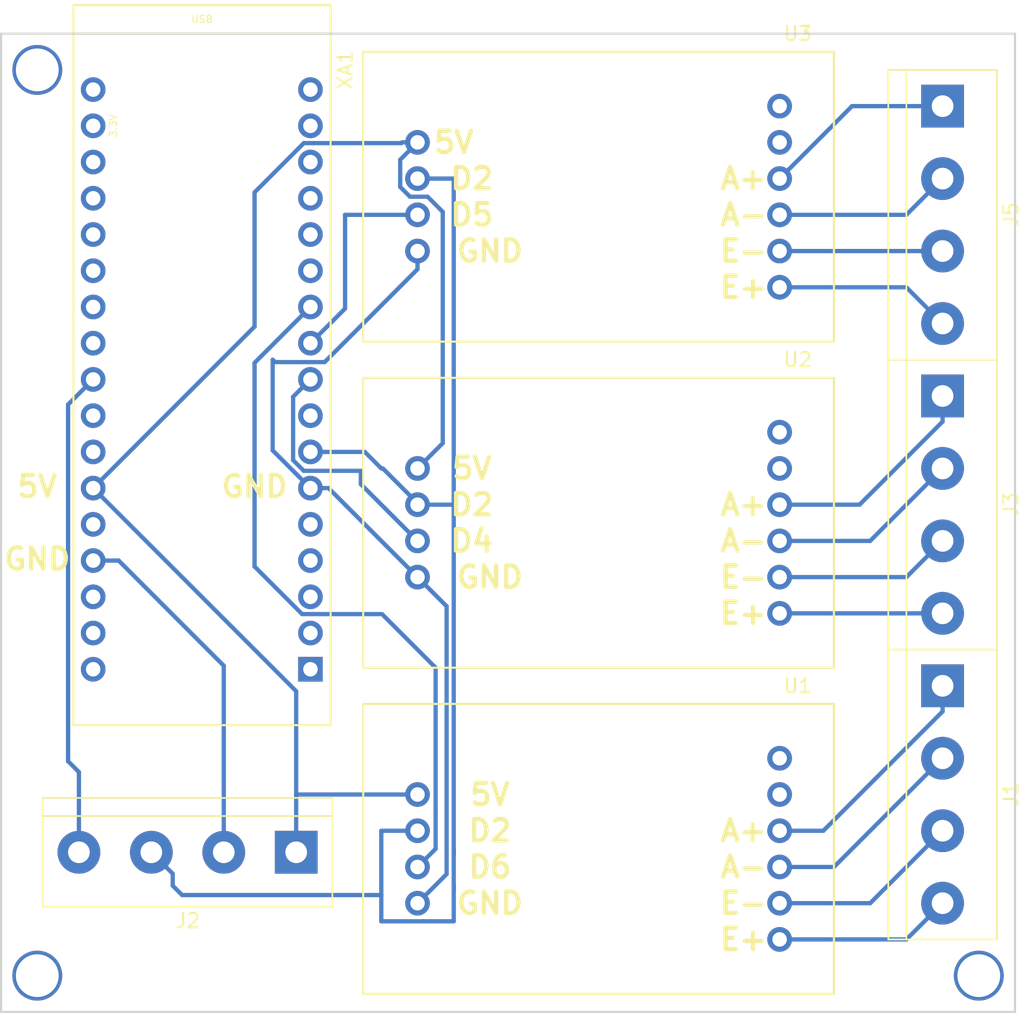
<source format=kicad_pcb>
(kicad_pcb (version 20171130) (host pcbnew "(5.0.1)-4")

  (general
    (thickness 1.6)
    (drawings 31)
    (tracks 100)
    (zones 0)
    (modules 8)
    (nets 50)
  )

  (page A4)
  (layers
    (0 F.Cu signal)
    (31 B.Cu signal)
    (32 B.Adhes user)
    (33 F.Adhes user)
    (34 B.Paste user)
    (35 F.Paste user)
    (36 B.SilkS user)
    (37 F.SilkS user)
    (38 B.Mask user)
    (39 F.Mask user)
    (40 Dwgs.User user)
    (41 Cmts.User user)
    (42 Eco1.User user)
    (43 Eco2.User user)
    (44 Edge.Cuts user)
    (45 Margin user)
    (46 B.CrtYd user)
    (47 F.CrtYd user)
    (48 B.Fab user)
    (49 F.Fab user)
  )

  (setup
    (last_trace_width 0.3)
    (trace_clearance 0.2)
    (zone_clearance 0.508)
    (zone_45_only no)
    (trace_min 0.2)
    (segment_width 0.2)
    (edge_width 0.15)
    (via_size 0.8)
    (via_drill 0.4)
    (via_min_size 0.4)
    (via_min_drill 0.3)
    (uvia_size 0.3)
    (uvia_drill 0.1)
    (uvias_allowed no)
    (uvia_min_size 0.2)
    (uvia_min_drill 0.1)
    (pcb_text_width 0.3)
    (pcb_text_size 1.5 1.5)
    (mod_edge_width 0.15)
    (mod_text_size 1 1)
    (mod_text_width 0.15)
    (pad_size 1.524 1.524)
    (pad_drill 0.762)
    (pad_to_mask_clearance 0.051)
    (solder_mask_min_width 0.25)
    (aux_axis_origin 0 0)
    (visible_elements 7FFFFFFF)
    (pcbplotparams
      (layerselection 0x010fc_ffffffff)
      (usegerberextensions false)
      (usegerberattributes false)
      (usegerberadvancedattributes false)
      (creategerberjobfile false)
      (excludeedgelayer true)
      (linewidth 0.100000)
      (plotframeref false)
      (viasonmask false)
      (mode 1)
      (useauxorigin false)
      (hpglpennumber 1)
      (hpglpenspeed 20)
      (hpglpendiameter 15.000000)
      (psnegative false)
      (psa4output false)
      (plotreference true)
      (plotvalue true)
      (plotinvisibletext false)
      (padsonsilk false)
      (subtractmaskfromsilk false)
      (outputformat 1)
      (mirror false)
      (drillshape 1)
      (scaleselection 1)
      (outputdirectory ""))
  )

  (net 0 "")
  (net 1 "Net-(J1-Pad1)")
  (net 2 "Net-(J1-Pad2)")
  (net 3 "Net-(J1-Pad3)")
  (net 4 "Net-(J1-Pad4)")
  (net 5 "Net-(J3-Pad4)")
  (net 6 "Net-(J3-Pad1)")
  (net 7 "Net-(J3-Pad3)")
  (net 8 "Net-(J3-Pad2)")
  (net 9 "Net-(J5-Pad2)")
  (net 10 "Net-(J5-Pad3)")
  (net 11 "Net-(J5-Pad1)")
  (net 12 "Net-(J5-Pad4)")
  (net 13 "Net-(XA1-PadMISO)")
  (net 14 "Net-(XA1-PadA4)")
  (net 15 "Net-(XA1-PadA3)")
  (net 16 "Net-(XA1-PadA2)")
  (net 17 "Net-(XA1-PadA1)")
  (net 18 "Net-(XA1-PadD11)")
  (net 19 "Net-(XA1-PadD12)")
  (net 20 "Net-(XA1-PadD13)")
  (net 21 "Net-(XA1-PadAREF)")
  (net 22 "Net-(XA1-PadD10)")
  (net 23 "Net-(XA1-PadD9)")
  (net 24 "Net-(XA1-PadD8)")
  (net 25 "Net-(XA1-PadD7)")
  (net 26 "Net-(XA1-PadD1)")
  (net 27 "Net-(XA1-PadD0)")
  (net 28 "Net-(XA1-PadSS)")
  (net 29 "Net-(XA1-PadRST1)")
  (net 30 "Net-(XA1-Pad3V3)")
  (net 31 "Net-(XA1-PadVIN)")
  (net 32 "Net-(XA1-PadA0)")
  (net 33 "Net-(XA1-PadSCK)")
  (net 34 "Net-(XA1-PadMOSI)")
  (net 35 "Net-(XA1-PadRST2)")
  (net 36 "Net-(U1-Pad5)")
  (net 37 "Net-(U1-Pad6)")
  (net 38 "Net-(U2-Pad6)")
  (net 39 "Net-(U2-Pad5)")
  (net 40 "Net-(U3-Pad5)")
  (net 41 "Net-(U3-Pad6)")
  (net 42 "Net-(XA1-PadD3)")
  (net 43 "Net-(U1-Pad8)")
  (net 44 "Net-(U2-Pad8)")
  (net 45 "Net-(U3-Pad8)")
  (net 46 "Net-(J2-Pad1)")
  (net 47 "Net-(J2-Pad2)")
  (net 48 "Net-(J2-Pad3)")
  (net 49 "Net-(J2-Pad4)")

  (net_class Default "Toto je výchozí třída sítě."
    (clearance 0.2)
    (trace_width 0.3)
    (via_dia 0.8)
    (via_drill 0.4)
    (uvia_dia 0.3)
    (uvia_drill 0.1)
    (add_net "Net-(J1-Pad1)")
    (add_net "Net-(J1-Pad2)")
    (add_net "Net-(J1-Pad3)")
    (add_net "Net-(J1-Pad4)")
    (add_net "Net-(J2-Pad1)")
    (add_net "Net-(J2-Pad2)")
    (add_net "Net-(J2-Pad3)")
    (add_net "Net-(J2-Pad4)")
    (add_net "Net-(J3-Pad1)")
    (add_net "Net-(J3-Pad2)")
    (add_net "Net-(J3-Pad3)")
    (add_net "Net-(J3-Pad4)")
    (add_net "Net-(J5-Pad1)")
    (add_net "Net-(J5-Pad2)")
    (add_net "Net-(J5-Pad3)")
    (add_net "Net-(J5-Pad4)")
    (add_net "Net-(U1-Pad5)")
    (add_net "Net-(U1-Pad6)")
    (add_net "Net-(U1-Pad8)")
    (add_net "Net-(U2-Pad5)")
    (add_net "Net-(U2-Pad6)")
    (add_net "Net-(U2-Pad8)")
    (add_net "Net-(U3-Pad5)")
    (add_net "Net-(U3-Pad6)")
    (add_net "Net-(U3-Pad8)")
    (add_net "Net-(XA1-Pad3V3)")
    (add_net "Net-(XA1-PadA0)")
    (add_net "Net-(XA1-PadA1)")
    (add_net "Net-(XA1-PadA2)")
    (add_net "Net-(XA1-PadA3)")
    (add_net "Net-(XA1-PadA4)")
    (add_net "Net-(XA1-PadAREF)")
    (add_net "Net-(XA1-PadD0)")
    (add_net "Net-(XA1-PadD1)")
    (add_net "Net-(XA1-PadD10)")
    (add_net "Net-(XA1-PadD11)")
    (add_net "Net-(XA1-PadD12)")
    (add_net "Net-(XA1-PadD13)")
    (add_net "Net-(XA1-PadD3)")
    (add_net "Net-(XA1-PadD7)")
    (add_net "Net-(XA1-PadD8)")
    (add_net "Net-(XA1-PadD9)")
    (add_net "Net-(XA1-PadMISO)")
    (add_net "Net-(XA1-PadMOSI)")
    (add_net "Net-(XA1-PadRST1)")
    (add_net "Net-(XA1-PadRST2)")
    (add_net "Net-(XA1-PadSCK)")
    (add_net "Net-(XA1-PadSS)")
    (add_net "Net-(XA1-PadVIN)")
  )

  (module HX711:HX711 (layer F.Cu) (tedit 5E96BB26) (tstamp 5E7532C2)
    (at 167.64 91.44 180)
    (path /5E74A75F)
    (fp_text reference U2 (at -2.54 13.97 180) (layer F.SilkS)
      (effects (font (size 1 1) (thickness 0.15)))
    )
    (fp_text value HX711 (at 2.54 -8.89 180) (layer F.Fab)
      (effects (font (size 1 1) (thickness 0.15)))
    )
    (fp_line (start -5.08 12.7) (end -5.08 -7.62) (layer F.SilkS) (width 0.15))
    (fp_line (start 27.94 12.7) (end -5.08 12.7) (layer F.SilkS) (width 0.15))
    (fp_line (start 27.94 -7.62) (end 27.94 12.7) (layer F.SilkS) (width 0.15))
    (fp_line (start -5.08 -7.62) (end 27.94 -7.62) (layer F.SilkS) (width 0.15))
    (pad 7 thru_hole circle (at 24.13 -1.27 180) (size 1.7272 1.7272) (drill 1.016) (layers *.Cu *.Mask)
      (net 47 "Net-(J2-Pad2)"))
    (pad 8 thru_hole circle (at 24.13 1.27 180) (size 1.7272 1.7272) (drill 1.016) (layers *.Cu *.Mask)
      (net 44 "Net-(U2-Pad8)"))
    (pad 9 thru_hole circle (at 24.13 3.81 180) (size 1.7272 1.7272) (drill 1.016) (layers *.Cu *.Mask)
      (net 48 "Net-(J2-Pad3)"))
    (pad 10 thru_hole circle (at 24.13 6.35 180) (size 1.7272 1.7272) (drill 1.016) (layers *.Cu *.Mask)
      (net 46 "Net-(J2-Pad1)"))
    (pad 6 thru_hole circle (at -1.27 8.89 180) (size 1.7272 1.7272) (drill 1.016) (layers *.Cu *.Mask)
      (net 38 "Net-(U2-Pad6)"))
    (pad 5 thru_hole circle (at -1.27 6.35 180) (size 1.7272 1.7272) (drill 1.016) (layers *.Cu *.Mask)
      (net 39 "Net-(U2-Pad5)"))
    (pad 4 thru_hole circle (at -1.27 3.81 180) (size 1.7272 1.7272) (drill 1.016) (layers *.Cu *.Mask)
      (net 6 "Net-(J3-Pad1)"))
    (pad 3 thru_hole circle (at -1.27 1.27 180) (size 1.7272 1.7272) (drill 1.016) (layers *.Cu *.Mask)
      (net 8 "Net-(J3-Pad2)"))
    (pad 2 thru_hole circle (at -1.27 -1.27 180) (size 1.7272 1.7272) (drill 1.016) (layers *.Cu *.Mask)
      (net 7 "Net-(J3-Pad3)"))
    (pad 1 thru_hole circle (at -1.27 -3.81 180) (size 1.7272 1.7272) (drill 1.016) (layers *.Cu *.Mask)
      (net 5 "Net-(J3-Pad4)"))
  )

  (module TerminalBlock:TerminalBlock_bornier-4_P5.08mm (layer F.Cu) (tedit 59FF03D1) (tstamp 5E75323E)
    (at 180.34 100.33 270)
    (descr "simple 4-pin terminal block, pitch 5.08mm, revamped version of bornier4")
    (tags "terminal block bornier4")
    (path /5E73E117)
    (fp_text reference J1 (at 7.6 -4.8 270) (layer F.SilkS)
      (effects (font (size 1 1) (thickness 0.15)))
    )
    (fp_text value Screw_Terminal_01x04 (at 7.6 4.75 270) (layer F.Fab)
      (effects (font (size 1 1) (thickness 0.15)))
    )
    (fp_line (start 17.97 4) (end -2.73 4) (layer F.CrtYd) (width 0.05))
    (fp_line (start 17.97 4) (end 17.97 -4) (layer F.CrtYd) (width 0.05))
    (fp_line (start -2.73 -4) (end -2.73 4) (layer F.CrtYd) (width 0.05))
    (fp_line (start -2.73 -4) (end 17.97 -4) (layer F.CrtYd) (width 0.05))
    (fp_line (start -2.54 3.81) (end 17.78 3.81) (layer F.SilkS) (width 0.12))
    (fp_line (start -2.54 -3.81) (end 17.78 -3.81) (layer F.SilkS) (width 0.12))
    (fp_line (start 17.78 2.54) (end -2.54 2.54) (layer F.SilkS) (width 0.12))
    (fp_line (start 17.78 3.81) (end 17.78 -3.81) (layer F.SilkS) (width 0.12))
    (fp_line (start -2.54 -3.81) (end -2.54 3.81) (layer F.SilkS) (width 0.12))
    (fp_line (start 17.72 3.75) (end -2.43 3.75) (layer F.Fab) (width 0.1))
    (fp_line (start 17.72 -3.75) (end 17.72 3.75) (layer F.Fab) (width 0.1))
    (fp_line (start -2.48 -3.75) (end 17.72 -3.75) (layer F.Fab) (width 0.1))
    (fp_line (start -2.48 3.75) (end -2.48 -3.75) (layer F.Fab) (width 0.1))
    (fp_line (start -2.43 3.75) (end -2.48 3.75) (layer F.Fab) (width 0.1))
    (fp_line (start -2.48 2.55) (end 17.72 2.55) (layer F.Fab) (width 0.1))
    (fp_text user %R (at 7.62 0 270) (layer F.Fab)
      (effects (font (size 1 1) (thickness 0.15)))
    )
    (pad 4 thru_hole circle (at 15.24 0 270) (size 3 3) (drill 1.52) (layers *.Cu *.Mask)
      (net 4 "Net-(J1-Pad4)"))
    (pad 1 thru_hole rect (at 0 0 270) (size 3 3) (drill 1.52) (layers *.Cu *.Mask)
      (net 1 "Net-(J1-Pad1)"))
    (pad 3 thru_hole circle (at 10.16 0 270) (size 3 3) (drill 1.52) (layers *.Cu *.Mask)
      (net 3 "Net-(J1-Pad3)"))
    (pad 2 thru_hole circle (at 5.08 0 270) (size 3 3) (drill 1.52) (layers *.Cu *.Mask)
      (net 2 "Net-(J1-Pad2)"))
    (model ${KISYS3DMOD}/TerminalBlock.3dshapes/TerminalBlock_bornier-4_P5.08mm.wrl
      (offset (xyz 7.619999885559082 0 0))
      (scale (xyz 1 1 1))
      (rotate (xyz 0 0 0))
    )
  )

  (module TerminalBlock:TerminalBlock_bornier-4_P5.08mm (layer F.Cu) (tedit 59FF03D1) (tstamp 5E7531B4)
    (at 180.34 80.01 270)
    (descr "simple 4-pin terminal block, pitch 5.08mm, revamped version of bornier4")
    (tags "terminal block bornier4")
    (path /5E73DCF0)
    (fp_text reference J3 (at 7.6 -4.8 270) (layer F.SilkS)
      (effects (font (size 1 1) (thickness 0.15)))
    )
    (fp_text value Screw_Terminal_01x04 (at 7.6 4.75 270) (layer F.Fab)
      (effects (font (size 1 1) (thickness 0.15)))
    )
    (fp_line (start 17.97 4) (end -2.73 4) (layer F.CrtYd) (width 0.05))
    (fp_line (start 17.97 4) (end 17.97 -4) (layer F.CrtYd) (width 0.05))
    (fp_line (start -2.73 -4) (end -2.73 4) (layer F.CrtYd) (width 0.05))
    (fp_line (start -2.73 -4) (end 17.97 -4) (layer F.CrtYd) (width 0.05))
    (fp_line (start -2.54 3.81) (end 17.78 3.81) (layer F.SilkS) (width 0.12))
    (fp_line (start -2.54 -3.81) (end 17.78 -3.81) (layer F.SilkS) (width 0.12))
    (fp_line (start 17.78 2.54) (end -2.54 2.54) (layer F.SilkS) (width 0.12))
    (fp_line (start 17.78 3.81) (end 17.78 -3.81) (layer F.SilkS) (width 0.12))
    (fp_line (start -2.54 -3.81) (end -2.54 3.81) (layer F.SilkS) (width 0.12))
    (fp_line (start 17.72 3.75) (end -2.43 3.75) (layer F.Fab) (width 0.1))
    (fp_line (start 17.72 -3.75) (end 17.72 3.75) (layer F.Fab) (width 0.1))
    (fp_line (start -2.48 -3.75) (end 17.72 -3.75) (layer F.Fab) (width 0.1))
    (fp_line (start -2.48 3.75) (end -2.48 -3.75) (layer F.Fab) (width 0.1))
    (fp_line (start -2.43 3.75) (end -2.48 3.75) (layer F.Fab) (width 0.1))
    (fp_line (start -2.48 2.55) (end 17.72 2.55) (layer F.Fab) (width 0.1))
    (fp_text user %R (at 7.62 0 270) (layer F.Fab)
      (effects (font (size 1 1) (thickness 0.15)))
    )
    (pad 4 thru_hole circle (at 15.24 0 270) (size 3 3) (drill 1.52) (layers *.Cu *.Mask)
      (net 5 "Net-(J3-Pad4)"))
    (pad 1 thru_hole rect (at 0 0 270) (size 3 3) (drill 1.52) (layers *.Cu *.Mask)
      (net 6 "Net-(J3-Pad1)"))
    (pad 3 thru_hole circle (at 10.16 0 270) (size 3 3) (drill 1.52) (layers *.Cu *.Mask)
      (net 7 "Net-(J3-Pad3)"))
    (pad 2 thru_hole circle (at 5.08 0 270) (size 3 3) (drill 1.52) (layers *.Cu *.Mask)
      (net 8 "Net-(J3-Pad2)"))
    (model ${KISYS3DMOD}/TerminalBlock.3dshapes/TerminalBlock_bornier-4_P5.08mm.wrl
      (offset (xyz 7.619999885559082 0 0))
      (scale (xyz 1 1 1))
      (rotate (xyz 0 0 0))
    )
  )

  (module TerminalBlock:TerminalBlock_bornier-4_P5.08mm (layer F.Cu) (tedit 59FF03D1) (tstamp 5E7531F9)
    (at 180.34 59.69 270)
    (descr "simple 4-pin terminal block, pitch 5.08mm, revamped version of bornier4")
    (tags "terminal block bornier4")
    (path /5E73DC50)
    (fp_text reference J5 (at 7.6 -4.8 270) (layer F.SilkS)
      (effects (font (size 1 1) (thickness 0.15)))
    )
    (fp_text value Screw_Terminal_01x04 (at 7.6 4.75 270) (layer F.Fab)
      (effects (font (size 1 1) (thickness 0.15)))
    )
    (fp_line (start 17.97 4) (end -2.73 4) (layer F.CrtYd) (width 0.05))
    (fp_line (start 17.97 4) (end 17.97 -4) (layer F.CrtYd) (width 0.05))
    (fp_line (start -2.73 -4) (end -2.73 4) (layer F.CrtYd) (width 0.05))
    (fp_line (start -2.73 -4) (end 17.97 -4) (layer F.CrtYd) (width 0.05))
    (fp_line (start -2.54 3.81) (end 17.78 3.81) (layer F.SilkS) (width 0.12))
    (fp_line (start -2.54 -3.81) (end 17.78 -3.81) (layer F.SilkS) (width 0.12))
    (fp_line (start 17.78 2.54) (end -2.54 2.54) (layer F.SilkS) (width 0.12))
    (fp_line (start 17.78 3.81) (end 17.78 -3.81) (layer F.SilkS) (width 0.12))
    (fp_line (start -2.54 -3.81) (end -2.54 3.81) (layer F.SilkS) (width 0.12))
    (fp_line (start 17.72 3.75) (end -2.43 3.75) (layer F.Fab) (width 0.1))
    (fp_line (start 17.72 -3.75) (end 17.72 3.75) (layer F.Fab) (width 0.1))
    (fp_line (start -2.48 -3.75) (end 17.72 -3.75) (layer F.Fab) (width 0.1))
    (fp_line (start -2.48 3.75) (end -2.48 -3.75) (layer F.Fab) (width 0.1))
    (fp_line (start -2.43 3.75) (end -2.48 3.75) (layer F.Fab) (width 0.1))
    (fp_line (start -2.48 2.55) (end 17.72 2.55) (layer F.Fab) (width 0.1))
    (fp_text user %R (at 7.62 0 270) (layer F.Fab)
      (effects (font (size 1 1) (thickness 0.15)))
    )
    (pad 4 thru_hole circle (at 15.24 0 270) (size 3 3) (drill 1.52) (layers *.Cu *.Mask)
      (net 12 "Net-(J5-Pad4)"))
    (pad 1 thru_hole rect (at 0 0 270) (size 3 3) (drill 1.52) (layers *.Cu *.Mask)
      (net 11 "Net-(J5-Pad1)"))
    (pad 3 thru_hole circle (at 10.16 0 270) (size 3 3) (drill 1.52) (layers *.Cu *.Mask)
      (net 10 "Net-(J5-Pad3)"))
    (pad 2 thru_hole circle (at 5.08 0 270) (size 3 3) (drill 1.52) (layers *.Cu *.Mask)
      (net 9 "Net-(J5-Pad2)"))
    (model ${KISYS3DMOD}/TerminalBlock.3dshapes/TerminalBlock_bornier-4_P5.08mm.wrl
      (offset (xyz 7.619999885559082 0 0))
      (scale (xyz 1 1 1))
      (rotate (xyz 0 0 0))
    )
  )

  (module HX711:HX711 (layer F.Cu) (tedit 5E96BB26) (tstamp 5E74EE9A)
    (at 167.64 114.3 180)
    (path /5E74A6F5)
    (fp_text reference U1 (at -2.54 13.97 180) (layer F.SilkS)
      (effects (font (size 1 1) (thickness 0.15)))
    )
    (fp_text value HX711 (at -2.54 -8.89 180) (layer F.Fab)
      (effects (font (size 1 1) (thickness 0.15)))
    )
    (fp_line (start -5.08 12.7) (end -5.08 -7.62) (layer F.SilkS) (width 0.15))
    (fp_line (start 27.94 12.7) (end -5.08 12.7) (layer F.SilkS) (width 0.15))
    (fp_line (start 27.94 -7.62) (end 27.94 12.7) (layer F.SilkS) (width 0.15))
    (fp_line (start -5.08 -7.62) (end 27.94 -7.62) (layer F.SilkS) (width 0.15))
    (pad 7 thru_hole circle (at 24.13 -1.27 180) (size 1.7272 1.7272) (drill 1.016) (layers *.Cu *.Mask)
      (net 47 "Net-(J2-Pad2)"))
    (pad 8 thru_hole circle (at 24.13 1.27 180) (size 1.7272 1.7272) (drill 1.016) (layers *.Cu *.Mask)
      (net 43 "Net-(U1-Pad8)"))
    (pad 9 thru_hole circle (at 24.13 3.81 180) (size 1.7272 1.7272) (drill 1.016) (layers *.Cu *.Mask)
      (net 48 "Net-(J2-Pad3)"))
    (pad 10 thru_hole circle (at 24.13 6.35 180) (size 1.7272 1.7272) (drill 1.016) (layers *.Cu *.Mask)
      (net 46 "Net-(J2-Pad1)"))
    (pad 6 thru_hole circle (at -1.27 8.89 180) (size 1.7272 1.7272) (drill 1.016) (layers *.Cu *.Mask)
      (net 37 "Net-(U1-Pad6)"))
    (pad 5 thru_hole circle (at -1.27 6.35 180) (size 1.7272 1.7272) (drill 1.016) (layers *.Cu *.Mask)
      (net 36 "Net-(U1-Pad5)"))
    (pad 4 thru_hole circle (at -1.27 3.81 180) (size 1.7272 1.7272) (drill 1.016) (layers *.Cu *.Mask)
      (net 1 "Net-(J1-Pad1)"))
    (pad 3 thru_hole circle (at -1.27 1.27 180) (size 1.7272 1.7272) (drill 1.016) (layers *.Cu *.Mask)
      (net 2 "Net-(J1-Pad2)"))
    (pad 2 thru_hole circle (at -1.27 -1.27 180) (size 1.7272 1.7272) (drill 1.016) (layers *.Cu *.Mask)
      (net 3 "Net-(J1-Pad3)"))
    (pad 1 thru_hole circle (at -1.27 -3.81 180) (size 1.7272 1.7272) (drill 1.016) (layers *.Cu *.Mask)
      (net 4 "Net-(J1-Pad4)"))
  )

  (module HX711:HX711 (layer F.Cu) (tedit 5E96BB26) (tstamp 5E7532D4)
    (at 167.64 68.58 180)
    (path /5E74A7D9)
    (fp_text reference U3 (at -2.54 13.97 180) (layer F.SilkS)
      (effects (font (size 1 1) (thickness 0.15)))
    )
    (fp_text value HX711 (at 2.54 -8.89 180) (layer F.Fab)
      (effects (font (size 1 1) (thickness 0.15)))
    )
    (fp_line (start -5.08 12.7) (end -5.08 -7.62) (layer F.SilkS) (width 0.15))
    (fp_line (start 27.94 12.7) (end -5.08 12.7) (layer F.SilkS) (width 0.15))
    (fp_line (start 27.94 -7.62) (end 27.94 12.7) (layer F.SilkS) (width 0.15))
    (fp_line (start -5.08 -7.62) (end 27.94 -7.62) (layer F.SilkS) (width 0.15))
    (pad 7 thru_hole circle (at 24.13 -1.27 180) (size 1.7272 1.7272) (drill 1.016) (layers *.Cu *.Mask)
      (net 47 "Net-(J2-Pad2)"))
    (pad 8 thru_hole circle (at 24.13 1.27 180) (size 1.7272 1.7272) (drill 1.016) (layers *.Cu *.Mask)
      (net 45 "Net-(U3-Pad8)"))
    (pad 9 thru_hole circle (at 24.13 3.81 180) (size 1.7272 1.7272) (drill 1.016) (layers *.Cu *.Mask)
      (net 48 "Net-(J2-Pad3)"))
    (pad 10 thru_hole circle (at 24.13 6.35 180) (size 1.7272 1.7272) (drill 1.016) (layers *.Cu *.Mask)
      (net 46 "Net-(J2-Pad1)"))
    (pad 6 thru_hole circle (at -1.27 8.89 180) (size 1.7272 1.7272) (drill 1.016) (layers *.Cu *.Mask)
      (net 41 "Net-(U3-Pad6)"))
    (pad 5 thru_hole circle (at -1.27 6.35 180) (size 1.7272 1.7272) (drill 1.016) (layers *.Cu *.Mask)
      (net 40 "Net-(U3-Pad5)"))
    (pad 4 thru_hole circle (at -1.27 3.81 180) (size 1.7272 1.7272) (drill 1.016) (layers *.Cu *.Mask)
      (net 11 "Net-(J5-Pad1)"))
    (pad 3 thru_hole circle (at -1.27 1.27 180) (size 1.7272 1.7272) (drill 1.016) (layers *.Cu *.Mask)
      (net 9 "Net-(J5-Pad2)"))
    (pad 2 thru_hole circle (at -1.27 -1.27 180) (size 1.7272 1.7272) (drill 1.016) (layers *.Cu *.Mask)
      (net 10 "Net-(J5-Pad3)"))
    (pad 1 thru_hole circle (at -1.27 -3.81 180) (size 1.7272 1.7272) (drill 1.016) (layers *.Cu *.Mask)
      (net 12 "Net-(J5-Pad4)"))
  )

  (module Arduino:Arduino_Micro_Socket_uprava (layer F.Cu) (tedit 5E74EF0E) (tstamp 5E74F5A2)
    (at 119.38 54.61 270)
    (descr https://store.arduino.cc/arduino-micro)
    (path /5E749723)
    (fp_text reference XA1 (at 2.54 -19.05 270) (layer F.SilkS)
      (effects (font (size 1 1) (thickness 0.15)))
    )
    (fp_text value Arduino_Micro (at 15.494 -19.05 270) (layer F.Fab)
      (effects (font (size 1 1) (thickness 0.15)))
    )
    (fp_text user 3.3V (at 6.46 -2.794 270) (layer F.SilkS)
      (effects (font (size 0.5 0.5) (thickness 0.075)))
    )
    (fp_text user USB (at -1.016 -9.017) (layer F.SilkS)
      (effects (font (size 0.5 0.5) (thickness 0.075)))
    )
    (fp_line (start -2.032 0.254) (end -2.286 0.254) (layer F.CrtYd) (width 0.15))
    (fp_line (start -2.286 0.254) (end -2.286 -17.526) (layer F.CrtYd) (width 0.15))
    (fp_line (start -2.286 -17.526) (end -2.286 -18.288) (layer F.CrtYd) (width 0.15))
    (fp_line (start -2.286 -18.288) (end 48.768 -18.288) (layer F.CrtYd) (width 0.15))
    (fp_line (start 48.768 -18.288) (end 48.768 0.254) (layer F.CrtYd) (width 0.15))
    (fp_line (start 48.768 0.254) (end -2.032 0.254) (layer F.CrtYd) (width 0.15))
    (fp_line (start -2 -18.034) (end -2 0) (layer F.SilkS) (width 0.15))
    (fp_line (start 48.48 -18) (end 48.48 0) (layer F.SilkS) (width 0.15))
    (fp_line (start -2 -18.034) (end 48.48 -18.034) (layer F.SilkS) (width 0.15))
    (fp_line (start 0 -18) (end 0 0) (layer F.SilkS) (width 0.15))
    (fp_line (start -2 0) (end 48.48 0) (layer F.SilkS) (width 0.15))
    (pad "" thru_hole oval (at 26.78 -1.38 270) (size 1.7272 1.7272) (drill 1.016) (layers *.Cu *.Mask))
    (pad RST2 thru_hole oval (at 34.4 -16.62 270) (size 1.7272 1.7272) (drill 1.016) (layers *.Cu *.Mask)
      (net 35 "Net-(XA1-PadRST2)"))
    (pad MOSI thru_hole rect (at 44.56 -16.62 270) (size 1.7272 1.7272) (drill 1.016) (layers *.Cu *.Mask)
      (net 34 "Net-(XA1-PadMOSI)"))
    (pad SCK thru_hole oval (at 44.56 -1.38 270) (size 1.7272 1.7272) (drill 1.016) (layers *.Cu *.Mask)
      (net 33 "Net-(XA1-PadSCK)"))
    (pad A0 thru_hole oval (at 11.54 -1.38 270) (size 1.7272 1.7272) (drill 1.016) (layers *.Cu *.Mask)
      (net 32 "Net-(XA1-PadA0)"))
    (pad VIN thru_hole oval (at 39.48 -1.38 270) (size 1.7272 1.7272) (drill 1.016) (layers *.Cu *.Mask)
      (net 31 "Net-(XA1-PadVIN)"))
    (pad GND2 thru_hole oval (at 31.86 -16.62 270) (size 1.7272 1.7272) (drill 1.016) (layers *.Cu *.Mask)
      (net 47 "Net-(J2-Pad2)"))
    (pad GND1 thru_hole oval (at 36.94 -1.38 270) (size 1.7272 1.7272) (drill 1.016) (layers *.Cu *.Mask)
      (net 47 "Net-(J2-Pad2)"))
    (pad 5V thru_hole oval (at 31.86 -1.38 270) (size 1.7272 1.7272) (drill 1.016) (layers *.Cu *.Mask)
      (net 46 "Net-(J2-Pad1)"))
    (pad 3V3 thru_hole oval (at 6.46 -1.38 270) (size 1.7272 1.7272) (drill 1.016) (layers *.Cu *.Mask)
      (net 30 "Net-(XA1-Pad3V3)"))
    (pad RST1 thru_hole oval (at 34.4 -1.38 270) (size 1.7272 1.7272) (drill 1.016) (layers *.Cu *.Mask)
      (net 29 "Net-(XA1-PadRST1)"))
    (pad SS thru_hole oval (at 42.02 -16.62 270) (size 1.7272 1.7272) (drill 1.016) (layers *.Cu *.Mask)
      (net 28 "Net-(XA1-PadSS)"))
    (pad D0 thru_hole oval (at 36.94 -16.62 270) (size 1.7272 1.7272) (drill 1.016) (layers *.Cu *.Mask)
      (net 27 "Net-(XA1-PadD0)"))
    (pad D1 thru_hole oval (at 39.48 -16.62 270) (size 1.7272 1.7272) (drill 1.016) (layers *.Cu *.Mask)
      (net 26 "Net-(XA1-PadD1)"))
    (pad D2 thru_hole oval (at 29.32 -16.62 270) (size 1.7272 1.7272) (drill 1.016) (layers *.Cu *.Mask)
      (net 48 "Net-(J2-Pad3)"))
    (pad D3 thru_hole oval (at 26.78 -16.62 270) (size 1.7272 1.7272) (drill 1.016) (layers *.Cu *.Mask)
      (net 42 "Net-(XA1-PadD3)"))
    (pad D4 thru_hole oval (at 24.24 -16.62 270) (size 1.7272 1.7272) (drill 1.016) (layers *.Cu *.Mask)
      (net 44 "Net-(U2-Pad8)"))
    (pad D5 thru_hole oval (at 21.7 -16.62 270) (size 1.7272 1.7272) (drill 1.016) (layers *.Cu *.Mask)
      (net 45 "Net-(U3-Pad8)"))
    (pad D6 thru_hole oval (at 19.16 -16.62 270) (size 1.7272 1.7272) (drill 1.016) (layers *.Cu *.Mask)
      (net 43 "Net-(U1-Pad8)"))
    (pad D7 thru_hole oval (at 16.62 -16.62 270) (size 1.7272 1.7272) (drill 1.016) (layers *.Cu *.Mask)
      (net 25 "Net-(XA1-PadD7)"))
    (pad D8 thru_hole oval (at 14.08 -16.62 270) (size 1.7272 1.7272) (drill 1.016) (layers *.Cu *.Mask)
      (net 24 "Net-(XA1-PadD8)"))
    (pad D9 thru_hole oval (at 11.54 -16.62 270) (size 1.7272 1.7272) (drill 1.016) (layers *.Cu *.Mask)
      (net 23 "Net-(XA1-PadD9)"))
    (pad D10 thru_hole oval (at 9 -16.62 270) (size 1.7272 1.7272) (drill 1.016) (layers *.Cu *.Mask)
      (net 22 "Net-(XA1-PadD10)"))
    (pad AREF thru_hole oval (at 9 -1.38 270) (size 1.7272 1.7272) (drill 1.016) (layers *.Cu *.Mask)
      (net 21 "Net-(XA1-PadAREF)"))
    (pad D13 thru_hole oval (at 3.92 -1.38 270) (size 1.7272 1.7272) (drill 1.016) (layers *.Cu *.Mask)
      (net 20 "Net-(XA1-PadD13)"))
    (pad D12 thru_hole oval (at 3.92 -16.62 270) (size 1.7272 1.7272) (drill 1.016) (layers *.Cu *.Mask)
      (net 19 "Net-(XA1-PadD12)"))
    (pad D11 thru_hole oval (at 6.46 -16.62 270) (size 1.7272 1.7272) (drill 1.016) (layers *.Cu *.Mask)
      (net 18 "Net-(XA1-PadD11)"))
    (pad "" thru_hole oval (at 29.32 -1.38 270) (size 1.7272 1.7272) (drill 1.016) (layers *.Cu *.Mask))
    (pad A1 thru_hole oval (at 14.08 -1.38 270) (size 1.7272 1.7272) (drill 1.016) (layers *.Cu *.Mask)
      (net 17 "Net-(XA1-PadA1)"))
    (pad A2 thru_hole oval (at 16.62 -1.38 270) (size 1.7272 1.7272) (drill 1.016) (layers *.Cu *.Mask)
      (net 16 "Net-(XA1-PadA2)"))
    (pad A3 thru_hole oval (at 19.16 -1.38 270) (size 1.7272 1.7272) (drill 1.016) (layers *.Cu *.Mask)
      (net 15 "Net-(XA1-PadA3)"))
    (pad A4 thru_hole oval (at 21.7 -1.38 270) (size 1.7272 1.7272) (drill 1.016) (layers *.Cu *.Mask)
      (net 14 "Net-(XA1-PadA4)"))
    (pad A5 thru_hole oval (at 24.24 -1.38 270) (size 1.7272 1.7272) (drill 1.016) (layers *.Cu *.Mask)
      (net 49 "Net-(J2-Pad4)"))
    (pad MISO thru_hole oval (at 42.02 -1.38 270) (size 1.7272 1.7272) (drill 1.016) (layers *.Cu *.Mask)
      (net 13 "Net-(XA1-PadMISO)"))
  )

  (module TerminalBlock:TerminalBlock_bornier-4_P5.08mm (layer F.Cu) (tedit 59FF03D1) (tstamp 5E8C49A6)
    (at 135 112 180)
    (descr "simple 4-pin terminal block, pitch 5.08mm, revamped version of bornier4")
    (tags "terminal block bornier4")
    (path /5E8B3F3E)
    (fp_text reference J2 (at 7.6 -4.8 180) (layer F.SilkS)
      (effects (font (size 1 1) (thickness 0.15)))
    )
    (fp_text value "Ručka - příprava" (at 7.6 4.75 180) (layer F.Fab)
      (effects (font (size 1 1) (thickness 0.15)))
    )
    (fp_line (start 17.97 4) (end -2.73 4) (layer F.CrtYd) (width 0.05))
    (fp_line (start 17.97 4) (end 17.97 -4) (layer F.CrtYd) (width 0.05))
    (fp_line (start -2.73 -4) (end -2.73 4) (layer F.CrtYd) (width 0.05))
    (fp_line (start -2.73 -4) (end 17.97 -4) (layer F.CrtYd) (width 0.05))
    (fp_line (start -2.54 3.81) (end 17.78 3.81) (layer F.SilkS) (width 0.12))
    (fp_line (start -2.54 -3.81) (end 17.78 -3.81) (layer F.SilkS) (width 0.12))
    (fp_line (start 17.78 2.54) (end -2.54 2.54) (layer F.SilkS) (width 0.12))
    (fp_line (start 17.78 3.81) (end 17.78 -3.81) (layer F.SilkS) (width 0.12))
    (fp_line (start -2.54 -3.81) (end -2.54 3.81) (layer F.SilkS) (width 0.12))
    (fp_line (start 17.72 3.75) (end -2.43 3.75) (layer F.Fab) (width 0.1))
    (fp_line (start 17.72 -3.75) (end 17.72 3.75) (layer F.Fab) (width 0.1))
    (fp_line (start -2.48 -3.75) (end 17.72 -3.75) (layer F.Fab) (width 0.1))
    (fp_line (start -2.48 3.75) (end -2.48 -3.75) (layer F.Fab) (width 0.1))
    (fp_line (start -2.43 3.75) (end -2.48 3.75) (layer F.Fab) (width 0.1))
    (fp_line (start -2.48 2.55) (end 17.72 2.55) (layer F.Fab) (width 0.1))
    (fp_text user %R (at 7.62 0 180) (layer F.Fab)
      (effects (font (size 1 1) (thickness 0.15)))
    )
    (pad 4 thru_hole circle (at 15.24 0 180) (size 3 3) (drill 1.52) (layers *.Cu *.Mask)
      (net 49 "Net-(J2-Pad4)"))
    (pad 1 thru_hole rect (at 0 0 180) (size 3 3) (drill 1.52) (layers *.Cu *.Mask)
      (net 46 "Net-(J2-Pad1)"))
    (pad 3 thru_hole circle (at 10.16 0 180) (size 3 3) (drill 1.52) (layers *.Cu *.Mask)
      (net 48 "Net-(J2-Pad3)"))
    (pad 2 thru_hole circle (at 5.08 0 180) (size 3 3) (drill 1.52) (layers *.Cu *.Mask)
      (net 47 "Net-(J2-Pad2)"))
    (model ${KISYS3DMOD}/TerminalBlock.3dshapes/TerminalBlock_bornier-4_P5.08mm.wrl
      (offset (xyz 7.619999885559082 0 0))
      (scale (xyz 1 1 1))
      (rotate (xyz 0 0 0))
    )
  )

  (gr_text GND (at 132.08 86.36) (layer F.SilkS) (tstamp 5E74F6D0)
    (effects (font (size 1.5 1.5) (thickness 0.3)))
  )
  (gr_text D5 (at 147.32 67.31) (layer F.SilkS)
    (effects (font (size 1.5 1.5) (thickness 0.3)))
  )
  (gr_text D4 (at 147.32 90.17) (layer F.SilkS)
    (effects (font (size 1.5 1.5) (thickness 0.3)))
  )
  (gr_text D6 (at 148.59 113.03) (layer F.SilkS)
    (effects (font (size 1.5 1.5) (thickness 0.3)))
  )
  (gr_text D2 (at 148.59 110.49) (layer F.SilkS) (tstamp 5E74EEF8)
    (effects (font (size 1.5 1.5) (thickness 0.3)))
  )
  (gr_text D2 (at 147.32 87.63) (layer F.SilkS) (tstamp 5E74EEF6)
    (effects (font (size 1.5 1.5) (thickness 0.3)))
  )
  (gr_text D2 (at 147.32 64.77) (layer F.SilkS)
    (effects (font (size 1.5 1.5) (thickness 0.3)))
  )
  (gr_text GND (at 148.59 69.85) (layer F.SilkS) (tstamp 5E74EEE1)
    (effects (font (size 1.5 1.5) (thickness 0.3)))
  )
  (gr_text GND (at 148.59 92.71) (layer F.SilkS) (tstamp 5E74EEDF)
    (effects (font (size 1.5 1.5) (thickness 0.3)))
  )
  (gr_text A+ (at 166.37 64.77) (layer F.SilkS) (tstamp 5E74EEC8)
    (effects (font (size 1.5 1.5) (thickness 0.3)))
  )
  (gr_text A- (at 166.37 67.31) (layer F.SilkS) (tstamp 5E74EEC7)
    (effects (font (size 1.5 1.5) (thickness 0.3)))
  )
  (gr_text E- (at 166.37 69.85) (layer F.SilkS) (tstamp 5E74EEC6)
    (effects (font (size 1.5 1.5) (thickness 0.3)))
  )
  (gr_text E+ (at 166.37 72.39) (layer F.SilkS) (tstamp 5E74EEC5)
    (effects (font (size 1.5 1.5) (thickness 0.3)))
  )
  (gr_text A+ (at 166.37 87.63) (layer F.SilkS) (tstamp 5E74EEC0)
    (effects (font (size 1.5 1.5) (thickness 0.3)))
  )
  (gr_text A- (at 166.37 90.17) (layer F.SilkS) (tstamp 5E74EEBF)
    (effects (font (size 1.5 1.5) (thickness 0.3)))
  )
  (gr_text E- (at 166.37 92.71) (layer F.SilkS) (tstamp 5E74EEBE)
    (effects (font (size 1.5 1.5) (thickness 0.3)))
  )
  (gr_text E+ (at 166.37 95.25) (layer F.SilkS) (tstamp 5E74EEBD)
    (effects (font (size 1.5 1.5) (thickness 0.3)))
  )
  (gr_text A+ (at 166.37 110.49) (layer F.SilkS)
    (effects (font (size 1.5 1.5) (thickness 0.3)))
  )
  (gr_text A- (at 166.37 113.03) (layer F.SilkS)
    (effects (font (size 1.5 1.5) (thickness 0.3)))
  )
  (gr_text E- (at 166.37 115.57) (layer F.SilkS)
    (effects (font (size 1.5 1.5) (thickness 0.3)))
  )
  (gr_text E+ (at 166.37 118.11) (layer F.SilkS)
    (effects (font (size 1.5 1.5) (thickness 0.3)))
  )
  (gr_text GND (at 148.59 115.57) (layer F.SilkS)
    (effects (font (size 1.5 1.5) (thickness 0.3)))
  )
  (gr_text 5V (at 148.59 107.95) (layer F.SilkS) (tstamp 5E74EDD3)
    (effects (font (size 1.5 1.5) (thickness 0.3)))
  )
  (gr_text 5V (at 147.32 85.09) (layer F.SilkS) (tstamp 5E74EDD3)
    (effects (font (size 1.5 1.5) (thickness 0.3)))
  )
  (gr_text 5V (at 146.05 62.23) (layer F.SilkS) (tstamp 5E74EDD3)
    (effects (font (size 1.5 1.5) (thickness 0.3)))
  )
  (gr_text GND (at 116.84 91.44) (layer F.SilkS)
    (effects (font (size 1.5 1.5) (thickness 0.3)))
  )
  (gr_text 5V (at 116.84 86.36) (layer F.SilkS)
    (effects (font (size 1.5 1.5) (thickness 0.3)))
  )
  (gr_line (start 114.3 123.19) (end 114.3 54.61) (layer Edge.Cuts) (width 0.15))
  (gr_line (start 185.42 123.19) (end 114.3 123.19) (layer Edge.Cuts) (width 0.15))
  (gr_line (start 185.42 54.61) (end 185.42 123.19) (layer Edge.Cuts) (width 0.15))
  (gr_line (start 114.3 54.61) (end 185.42 54.61) (layer Edge.Cuts) (width 0.15))

  (via (at 116.84 120.65) (size 3.5) (drill 3) (layers F.Cu B.Cu) (net 0))
  (via (at 116.84 57.15) (size 3.5) (drill 3) (layers F.Cu B.Cu) (net 0) (tstamp 5E807589))
  (via (at 182.88 120.65) (size 3.5) (drill 3) (layers F.Cu B.Cu) (net 0) (tstamp 5E80758B))
  (segment (start 180.34 102.13) (end 180.34 100.33) (width 0.3) (layer B.Cu) (net 1))
  (segment (start 171.98 110.49) (end 180.34 102.13) (width 0.3) (layer B.Cu) (net 1))
  (segment (start 168.91 110.49) (end 171.98 110.49) (width 0.3) (layer B.Cu) (net 1))
  (segment (start 172.72 113.03) (end 180.34 105.41) (width 0.3) (layer B.Cu) (net 2))
  (segment (start 168.91 113.03) (end 172.72 113.03) (width 0.3) (layer B.Cu) (net 2))
  (segment (start 175.26 115.57) (end 180.34 110.49) (width 0.3) (layer B.Cu) (net 3))
  (segment (start 168.91 115.57) (end 175.26 115.57) (width 0.3) (layer B.Cu) (net 3))
  (segment (start 177.8 118.11) (end 180.34 115.57) (width 0.3) (layer B.Cu) (net 4))
  (segment (start 168.91 118.11) (end 177.8 118.11) (width 0.3) (layer B.Cu) (net 4))
  (segment (start 168.91 95.25) (end 180.34 95.25) (width 0.3) (layer B.Cu) (net 5))
  (segment (start 180.34 81.81) (end 180.34 80.01) (width 0.3) (layer B.Cu) (net 6))
  (segment (start 174.52 87.63) (end 180.34 81.81) (width 0.3) (layer B.Cu) (net 6))
  (segment (start 168.91 87.63) (end 174.52 87.63) (width 0.3) (layer B.Cu) (net 6))
  (segment (start 177.8 92.71) (end 180.34 90.17) (width 0.3) (layer B.Cu) (net 7))
  (segment (start 168.91 92.71) (end 177.8 92.71) (width 0.3) (layer B.Cu) (net 7))
  (segment (start 175.26 90.17) (end 180.34 85.09) (width 0.3) (layer B.Cu) (net 8))
  (segment (start 168.91 90.17) (end 175.26 90.17) (width 0.3) (layer B.Cu) (net 8))
  (segment (start 177.8 67.31) (end 180.34 64.77) (width 0.3) (layer B.Cu) (net 9))
  (segment (start 168.91 67.31) (end 177.8 67.31) (width 0.3) (layer B.Cu) (net 9))
  (segment (start 168.91 69.85) (end 180.34 69.85) (width 0.3) (layer B.Cu) (net 10))
  (segment (start 173.99 59.69) (end 180.34 59.69) (width 0.3) (layer B.Cu) (net 11))
  (segment (start 168.91 64.77) (end 173.99 59.69) (width 0.3) (layer B.Cu) (net 11))
  (segment (start 177.8 72.39) (end 180.34 74.93) (width 0.3) (layer B.Cu) (net 12))
  (segment (start 168.91 72.39) (end 177.8 72.39) (width 0.3) (layer B.Cu) (net 12))
  (segment (start 143.51 113.03) (end 144.78 111.76) (width 0.3) (layer B.Cu) (net 43))
  (segment (start 144.78 109.22) (end 144.78 99.06) (width 0.3) (layer B.Cu) (net 43))
  (segment (start 135.417471 95.303601) (end 132.08 91.96613) (width 0.3) (layer B.Cu) (net 43))
  (segment (start 144.78 99.06) (end 141.023601 95.303601) (width 0.3) (layer B.Cu) (net 43))
  (segment (start 132.08 77.69) (end 136 73.77) (width 0.3) (layer B.Cu) (net 43))
  (segment (start 132.08 91.96613) (end 132.08 77.69) (width 0.3) (layer B.Cu) (net 43))
  (segment (start 144.78 109.22) (end 144.78 111.76) (width 0.3) (layer B.Cu) (net 43))
  (segment (start 135.417471 95.303601) (end 140.916399 95.303601) (width 0.3) (layer B.Cu) (net 43))
  (segment (start 134.786399 84.512529) (end 135.530269 85.256399) (width 0.3) (layer B.Cu) (net 44))
  (segment (start 136 78.85) (end 134.786399 80.063601) (width 0.3) (layer B.Cu) (net 44))
  (segment (start 134.786399 80.063601) (end 134.786399 84.512529) (width 0.3) (layer B.Cu) (net 44))
  (segment (start 135.530269 85.256399) (end 139.533601 85.256399) (width 0.3) (layer B.Cu) (net 44))
  (segment (start 139.533601 86.193601) (end 143.51 90.17) (width 0.3) (layer B.Cu) (net 44))
  (segment (start 139.533601 85.256399) (end 139.533601 86.193601) (width 0.3) (layer B.Cu) (net 44))
  (segment (start 136 76.31) (end 138.43 73.88) (width 0.3) (layer B.Cu) (net 45))
  (segment (start 138.43 73.88) (end 138.43 67.31) (width 0.3) (layer B.Cu) (net 45))
  (segment (start 138.43 67.31) (end 143.51 67.31) (width 0.3) (layer B.Cu) (net 45))
  (segment (start 120.76 86.47) (end 132.08 75.15) (width 0.3) (layer B.Cu) (net 46))
  (segment (start 142.43237 62.23) (end 143.51 62.23) (width 0.3) (layer B.Cu) (net 46))
  (segment (start 142.378769 62.283601) (end 142.43237 62.23) (width 0.3) (layer B.Cu) (net 46))
  (segment (start 135.530269 62.283601) (end 142.378769 62.283601) (width 0.3) (layer B.Cu) (net 46))
  (segment (start 132.08 65.73387) (end 135.530269 62.283601) (width 0.3) (layer B.Cu) (net 46))
  (segment (start 132.08 75.15) (end 132.08 65.73387) (width 0.3) (layer B.Cu) (net 46))
  (segment (start 120.76 86.47) (end 135 100.71) (width 0.3) (layer B.Cu) (net 46))
  (segment (start 135.05 107.95) (end 135 108) (width 0.3) (layer B.Cu) (net 46))
  (segment (start 143.51 107.95) (end 135.05 107.95) (width 0.3) (layer B.Cu) (net 46))
  (segment (start 135 100.71) (end 135 108) (width 0.3) (layer B.Cu) (net 46))
  (segment (start 135 108) (end 135 112) (width 0.3) (layer B.Cu) (net 46))
  (segment (start 142.646401 63.093599) (end 143.51 62.23) (width 0.3) (layer B.Cu) (net 46))
  (segment (start 142.296399 63.443601) (end 142.646401 63.093599) (width 0.3) (layer B.Cu) (net 46))
  (segment (start 143.51 85.09) (end 145.28001 83.31999) (width 0.3) (layer B.Cu) (net 46))
  (segment (start 145.28001 83.31999) (end 145.28001 67.10289) (width 0.3) (layer B.Cu) (net 46))
  (segment (start 145.28001 67.10289) (end 144.21712 66.04) (width 0.3) (layer B.Cu) (net 46))
  (segment (start 144.21712 66.04) (end 142.98387 66.04) (width 0.3) (layer B.Cu) (net 46))
  (segment (start 142.98387 66.04) (end 142.296399 65.352529) (width 0.3) (layer B.Cu) (net 46))
  (segment (start 142.296399 65.352529) (end 142.296399 63.443601) (width 0.3) (layer B.Cu) (net 46))
  (segment (start 133.35 83.82) (end 133.35 77.47) (width 0.3) (layer B.Cu) (net 47))
  (segment (start 136 86.47) (end 133.35 83.82) (width 0.3) (layer B.Cu) (net 47))
  (segment (start 133.35 77.47) (end 133.516399 77.636399) (width 0.3) (layer B.Cu) (net 47))
  (segment (start 133.516399 77.636399) (end 136.993601 77.636399) (width 0.3) (layer B.Cu) (net 47))
  (segment (start 138.54 87.74) (end 143.51 92.71) (width 0.3) (layer B.Cu) (net 47))
  (segment (start 145.54999 113.53001) (end 143.51 115.57) (width 0.3) (layer B.Cu) (net 47))
  (segment (start 143.51 92.71) (end 145.54999 94.74999) (width 0.3) (layer B.Cu) (net 47))
  (segment (start 145.54999 94.74999) (end 145.54999 113.53001) (width 0.3) (layer B.Cu) (net 47))
  (segment (start 143.51 71.12) (end 143.51 69.85) (width 0.3) (layer B.Cu) (net 47))
  (segment (start 136.993601 77.636399) (end 143.51 71.12) (width 0.3) (layer B.Cu) (net 47))
  (segment (start 137.27 86.47) (end 138.54 87.74) (width 0.3) (layer B.Cu) (net 47))
  (segment (start 136 86.47) (end 137.27 86.47) (width 0.3) (layer B.Cu) (net 47))
  (segment (start 129.92 98.92) (end 129.92 112) (width 0.3) (layer B.Cu) (net 47))
  (segment (start 120.76 91.55) (end 122.55 91.55) (width 0.3) (layer B.Cu) (net 47))
  (segment (start 122.55 91.55) (end 129.92 98.92) (width 0.3) (layer B.Cu) (net 47))
  (segment (start 141.08 85.09) (end 143.51 87.52) (width 0.3) (layer B.Cu) (net 48))
  (segment (start 143.51 87.63) (end 146.05 87.63) (width 0.3) (layer B.Cu) (net 48))
  (segment (start 140.97 110.49) (end 143.51 110.49) (width 0.3) (layer B.Cu) (net 48))
  (segment (start 143.885762 116.84) (end 140.97 116.84) (width 0.3) (layer B.Cu) (net 48))
  (segment (start 143.51 64.77) (end 146.05 64.77) (width 0.3) (layer B.Cu) (net 48))
  (segment (start 146.05 64.77) (end 146.05 112.135762) (width 0.3) (layer B.Cu) (net 48))
  (segment (start 140.97 85.09) (end 141.08 85.09) (width 0.3) (layer B.Cu) (net 48))
  (segment (start 139.81 83.93) (end 140.97 85.09) (width 0.3) (layer B.Cu) (net 48))
  (segment (start 146.05 114.675762) (end 146.05 111.76) (width 0.3) (layer B.Cu) (net 48))
  (segment (start 136 83.93) (end 139.81 83.93) (width 0.3) (layer B.Cu) (net 48))
  (segment (start 126.339999 113.499999) (end 126.339999 114.339999) (width 0.3) (layer B.Cu) (net 48))
  (segment (start 124.84 112) (end 126.339999 113.499999) (width 0.3) (layer B.Cu) (net 48))
  (segment (start 127 115) (end 140.97 115) (width 0.3) (layer B.Cu) (net 48))
  (segment (start 126.339999 114.339999) (end 127 115) (width 0.3) (layer B.Cu) (net 48))
  (segment (start 140.97 116.84) (end 140.97 115) (width 0.3) (layer B.Cu) (net 48))
  (segment (start 140.97 115) (end 140.97 110.49) (width 0.3) (layer B.Cu) (net 48))
  (segment (start 143.885762 116.84) (end 146.05 116.84) (width 0.3) (layer B.Cu) (net 48))
  (segment (start 146.05 116.84) (end 146.05 114.3) (width 0.3) (layer B.Cu) (net 48))
  (segment (start 120.76 78.85) (end 119 80.61) (width 0.3) (layer B.Cu) (net 49))
  (segment (start 119 80.61) (end 119 105.62) (width 0.3) (layer B.Cu) (net 49))
  (segment (start 119.76 106.38) (end 119.76 112) (width 0.3) (layer B.Cu) (net 49))
  (segment (start 119 105.62) (end 119.76 106.38) (width 0.3) (layer B.Cu) (net 49))

)

</source>
